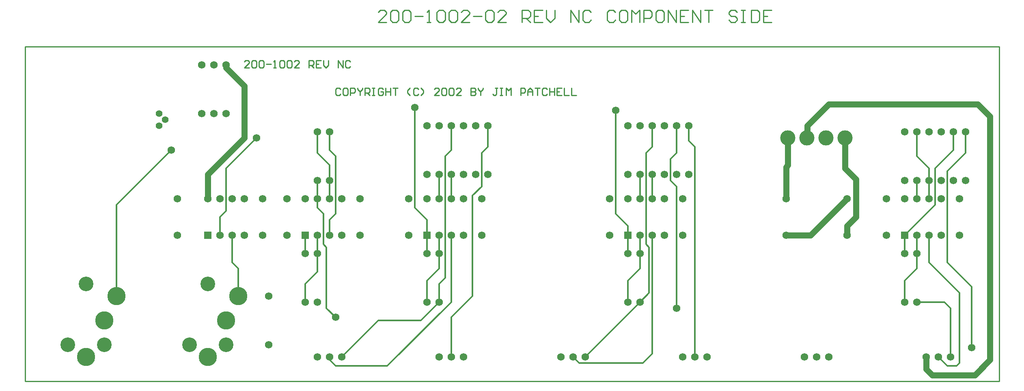
<source format=gtl>
*%FSLAX23Y23*%
*%MOIN*%
G01*
%ADD11C,0.006*%
%ADD12C,0.007*%
%ADD13C,0.008*%
%ADD14C,0.010*%
%ADD15C,0.012*%
%ADD16C,0.020*%
%ADD17C,0.025*%
%ADD18C,0.028*%
%ADD19C,0.032*%
%ADD20C,0.036*%
%ADD21C,0.045*%
%ADD22C,0.048*%
%ADD23C,0.050*%
%ADD24C,0.052*%
%ADD25C,0.055*%
%ADD26C,0.056*%
%ADD27C,0.059*%
%ADD28C,0.060*%
%ADD29C,0.061*%
%ADD30C,0.062*%
%ADD31C,0.068*%
%ADD32C,0.070*%
%ADD33C,0.080*%
%ADD34C,0.090*%
%ADD35C,0.095*%
%ADD36C,0.115*%
%ADD37C,0.120*%
%ADD38C,0.125*%
%ADD39C,0.126*%
%ADD40C,0.131*%
%ADD41C,0.150*%
%ADD42C,0.156*%
%ADD43R,0.062X0.062*%
%ADD44R,0.068X0.068*%
D14*
X9051Y9413D02*
X9118D01*
X9051D02*
X9118Y9480D01*
Y9496D01*
X9101Y9513D01*
X9068D01*
X9051Y9496D01*
X9151D02*
X9168Y9513D01*
X9201D01*
X9218Y9496D01*
Y9430D01*
X9201Y9413D01*
X9168D01*
X9151Y9430D01*
Y9496D01*
X9251D02*
X9268Y9513D01*
X9301D01*
X9318Y9496D01*
Y9430D01*
X9301Y9413D01*
X9268D01*
X9251Y9430D01*
Y9496D01*
X9351Y9463D02*
X9418D01*
X9451Y9413D02*
X9484D01*
X9468D01*
Y9513D01*
X9469D01*
X9468D02*
X9451Y9496D01*
X9534D02*
X9551Y9513D01*
X9584D01*
X9601Y9496D01*
Y9430D01*
X9584Y9413D01*
X9551D01*
X9534Y9430D01*
Y9496D01*
X9634D02*
X9651Y9513D01*
X9684D01*
X9701Y9496D01*
Y9430D01*
X9684Y9413D01*
X9651D01*
X9634Y9430D01*
Y9496D01*
X9734Y9413D02*
X9801D01*
X9734D02*
X9801Y9480D01*
Y9496D01*
X9784Y9513D01*
X9751D01*
X9734Y9496D01*
X9834Y9463D02*
X9901D01*
X9934Y9496D02*
X9951Y9513D01*
X9984D01*
X10001Y9496D01*
Y9430D01*
X9984Y9413D01*
X9951D01*
X9934Y9430D01*
Y9496D01*
X10034Y9413D02*
X10101D01*
X10034D02*
X10101Y9480D01*
Y9496D01*
X10084Y9513D01*
X10051D01*
X10034Y9496D01*
X10234Y9513D02*
Y9413D01*
Y9513D02*
X10284D01*
X10301Y9496D01*
Y9463D01*
X10284Y9446D01*
X10234D01*
X10267D02*
X10301Y9413D01*
X10334Y9513D02*
X10401D01*
X10334D02*
Y9413D01*
X10401D01*
X10367Y9463D02*
X10334D01*
X10434Y9446D02*
Y9513D01*
Y9446D02*
X10467Y9413D01*
X10501Y9446D01*
Y9513D01*
X10634D02*
Y9413D01*
X10700D02*
X10634Y9513D01*
X10700D02*
Y9413D01*
X10800Y9496D02*
X10784Y9513D01*
X10750D01*
X10734Y9496D01*
Y9430D01*
X10750Y9413D01*
X10784D01*
X10800Y9430D01*
X10984Y9513D02*
X11000Y9496D01*
X10984Y9513D02*
X10950D01*
X10934Y9496D01*
Y9430D01*
X10950Y9413D01*
X10984D01*
X11000Y9430D01*
X11050Y9513D02*
X11084D01*
X11050D02*
X11034Y9496D01*
Y9430D01*
X11050Y9413D01*
X11084D01*
X11100Y9430D01*
Y9496D01*
X11084Y9513D01*
X11134D02*
Y9413D01*
X11167Y9480D02*
X11134Y9513D01*
X11167Y9480D02*
X11200Y9513D01*
Y9413D01*
X11234D02*
Y9513D01*
X11284D01*
X11300Y9496D01*
Y9463D01*
X11284Y9446D01*
X11234D01*
X11350Y9513D02*
X11384D01*
X11350D02*
X11334Y9496D01*
Y9430D01*
X11350Y9413D01*
X11384D01*
X11400Y9430D01*
Y9496D01*
X11384Y9513D01*
X11434D02*
Y9413D01*
X11500D02*
X11434Y9513D01*
X11500D02*
Y9413D01*
X11534Y9513D02*
X11600D01*
X11534D02*
Y9413D01*
X11600D01*
X11567Y9463D02*
X11534D01*
X11633Y9413D02*
Y9513D01*
X11700Y9413D01*
Y9513D01*
X11733D02*
X11800D01*
X11767D01*
Y9413D01*
X11983Y9513D02*
X12000Y9496D01*
X11983Y9513D02*
X11950D01*
X11933Y9496D01*
Y9480D01*
X11950Y9463D01*
X11983D01*
X12000Y9446D01*
Y9430D01*
X11983Y9413D01*
X11950D01*
X11933Y9430D01*
X12033Y9513D02*
X12067D01*
X12050D01*
Y9413D01*
X12033D01*
X12067D01*
X12117D02*
Y9513D01*
Y9413D02*
X12167D01*
X12183Y9430D01*
Y9496D01*
X12167Y9513D01*
X12117D01*
X12217D02*
X12283D01*
X12217D02*
Y9413D01*
X12283D01*
X12250Y9463D02*
X12217D01*
X8741Y8863D02*
X8731Y8873D01*
X8711D01*
X8701Y8863D01*
Y8823D01*
X8711Y8813D01*
X8731D01*
X8741Y8823D01*
X8771Y8873D02*
X8791D01*
X8771D02*
X8761Y8863D01*
Y8823D01*
X8771Y8813D01*
X8791D01*
X8801Y8823D01*
Y8863D01*
X8791Y8873D01*
X8821D02*
Y8813D01*
Y8873D02*
X8851D01*
X8861Y8863D01*
Y8843D01*
X8851Y8833D01*
X8821D01*
X8881Y8863D02*
Y8873D01*
Y8863D02*
X8901Y8843D01*
X8921Y8863D01*
Y8873D01*
X8901Y8843D02*
Y8813D01*
X8941D02*
Y8873D01*
X8971D01*
X8981Y8863D01*
Y8843D01*
X8971Y8833D01*
X8941D01*
X8961D02*
X8981Y8813D01*
X9001Y8873D02*
X9021D01*
X9011D01*
Y8813D01*
X9001D01*
X9021D01*
X9081Y8873D02*
X9091Y8863D01*
X9081Y8873D02*
X9061D01*
X9051Y8863D01*
Y8823D01*
X9061Y8813D01*
X9081D01*
X9091Y8823D01*
Y8843D01*
X9071D01*
X9111Y8873D02*
Y8813D01*
Y8843D01*
X9151D01*
Y8873D01*
Y8813D01*
X9171Y8873D02*
X9211D01*
X9191D01*
Y8813D01*
X9291Y8833D02*
X9311Y8813D01*
X9291Y8833D02*
Y8853D01*
X9311Y8873D01*
X9371D02*
X9381Y8863D01*
X9371Y8873D02*
X9351D01*
X9341Y8863D01*
Y8823D01*
X9351Y8813D01*
X9371D01*
X9381Y8823D01*
X9401Y8813D02*
X9421Y8833D01*
Y8853D01*
X9401Y8873D01*
X9511Y8813D02*
X9551D01*
X9511D02*
X9551Y8853D01*
Y8863D01*
X9541Y8873D01*
X9521D01*
X9511Y8863D01*
X9571D02*
X9581Y8873D01*
X9601D01*
X9611Y8863D01*
Y8823D01*
X9601Y8813D01*
X9581D01*
X9571Y8823D01*
Y8863D01*
X9631D02*
X9641Y8873D01*
X9661D01*
X9671Y8863D01*
Y8823D01*
X9661Y8813D01*
X9641D01*
X9631Y8823D01*
Y8863D01*
X9691Y8813D02*
X9731D01*
X9691D02*
X9731Y8853D01*
Y8863D01*
X9721Y8873D01*
X9701D01*
X9691Y8863D01*
X9811Y8873D02*
Y8813D01*
X9841D01*
X9851Y8823D01*
Y8833D01*
X9841Y8843D01*
X9811D01*
X9812D01*
X9811D02*
X9812D01*
X9811D02*
X9812D01*
X9811D02*
X9841D01*
X9851Y8853D01*
Y8863D01*
X9841Y8873D01*
X9811D01*
X9871D02*
Y8863D01*
X9891Y8843D01*
X9911Y8863D01*
Y8873D01*
X9891Y8843D02*
Y8813D01*
X10011Y8873D02*
X10031D01*
X10021D02*
X10011D01*
X10021D02*
Y8823D01*
X10011Y8813D01*
X10001D01*
X9991Y8823D01*
X10051Y8873D02*
X10071D01*
X10061D01*
Y8813D01*
X10051D01*
X10071D01*
X10101D02*
Y8873D01*
X10121Y8853D01*
X10141Y8873D01*
Y8813D01*
X10221D02*
Y8873D01*
X10250D01*
X10260Y8863D01*
Y8843D01*
X10250Y8833D01*
X10221D01*
X10280Y8813D02*
Y8853D01*
X10300Y8873D01*
X10320Y8853D01*
Y8813D01*
Y8843D01*
X10280D01*
X10340Y8873D02*
X10380D01*
X10360D01*
Y8813D01*
X10430Y8873D02*
X10440Y8863D01*
X10430Y8873D02*
X10410D01*
X10400Y8863D01*
Y8823D01*
X10410Y8813D01*
X10430D01*
X10440Y8823D01*
X10460Y8813D02*
Y8873D01*
Y8843D02*
Y8813D01*
Y8843D02*
X10500D01*
Y8873D01*
Y8813D01*
X10520Y8873D02*
X10560D01*
X10520D02*
Y8813D01*
X10560D01*
X10540Y8843D02*
X10520D01*
X10580Y8873D02*
Y8813D01*
X10620D01*
X10640D02*
Y8873D01*
Y8813D02*
X10680D01*
X7991Y9038D02*
X7951D01*
X7991Y9078D01*
Y9088D01*
X7981Y9098D01*
X7961D01*
X7951Y9088D01*
X8011D02*
X8021Y9098D01*
X8041D01*
X8051Y9088D01*
Y9048D01*
X8041Y9038D01*
X8021D01*
X8011Y9048D01*
Y9088D01*
X8071D02*
X8081Y9098D01*
X8101D01*
X8111Y9088D01*
Y9048D01*
X8101Y9038D01*
X8081D01*
X8071Y9048D01*
Y9088D01*
X8131Y9068D02*
X8171D01*
X8191Y9038D02*
X8211D01*
X8201D01*
Y9098D01*
X8202D01*
X8201D02*
X8191Y9088D01*
X8241D02*
X8251Y9098D01*
X8271D01*
X8281Y9088D01*
Y9048D01*
X8271Y9038D01*
X8251D01*
X8241Y9048D01*
Y9088D01*
X8301D02*
X8311Y9098D01*
X8331D01*
X8341Y9088D01*
Y9048D01*
X8331Y9038D01*
X8311D01*
X8301Y9048D01*
Y9088D01*
X8361Y9038D02*
X8401D01*
X8361D02*
X8401Y9078D01*
Y9088D01*
X8391Y9098D01*
X8371D01*
X8361Y9088D01*
X8481Y9098D02*
Y9038D01*
Y9098D02*
X8511D01*
X8521Y9088D01*
Y9068D01*
X8511Y9058D01*
X8481D01*
X8501D02*
X8521Y9038D01*
X8541Y9098D02*
X8581D01*
X8541D02*
Y9038D01*
X8581D01*
X8561Y9068D02*
X8541D01*
X8601Y9058D02*
Y9098D01*
Y9058D02*
X8621Y9038D01*
X8641Y9058D01*
Y9098D01*
X8721D02*
Y9038D01*
X8761D02*
X8721Y9098D01*
X8761D02*
Y9038D01*
X8821Y9088D02*
X8811Y9098D01*
X8791D01*
X8781Y9088D01*
Y9048D01*
X8791Y9038D01*
X8811D01*
X8821Y9048D01*
X6151Y9213D02*
Y6463D01*
X14151D02*
Y9213D01*
Y6463D02*
X6151D01*
Y9213D02*
X14151D01*
D15*
X13576Y7438D02*
X13826Y7188D01*
X13926Y7238D02*
X13726Y7438D01*
X9826Y7163D02*
X9651Y6988D01*
X10751Y6663D02*
X11201Y7113D01*
X9051Y6963D02*
X8751Y6663D01*
X9401Y6963D02*
X9551Y7113D01*
X9651D02*
X9126Y6588D01*
X7801Y8213D02*
X8051Y8463D01*
X13726Y8188D02*
X13876Y8338D01*
X13776Y8363D02*
X13626Y8213D01*
Y7913D02*
X13376Y7663D01*
X7351Y8363D02*
X6901Y7913D01*
X10701Y6613D02*
X11226D01*
X9126Y6588D02*
X8701D01*
X13726D02*
X13801D01*
X9401Y6963D02*
X9051D01*
X13476Y7113D02*
X13701D01*
X6901Y7163D02*
Y7913D01*
X7851Y7663D02*
Y7438D01*
X7801Y7863D02*
Y8213D01*
X7751Y7813D02*
Y7663D01*
X7851Y7438D02*
X7901Y7388D01*
X7751Y7813D02*
X7801Y7863D01*
X7901Y7388D02*
Y7163D01*
X8451Y7513D02*
Y7663D01*
Y7263D02*
Y7113D01*
Y7263D02*
X8551Y7363D01*
Y7513D02*
Y7663D01*
Y7513D02*
Y7363D01*
Y7963D02*
Y8113D01*
X8651D02*
Y7963D01*
Y7788D02*
Y7663D01*
Y8363D02*
Y8513D01*
Y8238D02*
Y8113D01*
X8551Y8338D02*
Y8513D01*
X8651Y6663D02*
Y6638D01*
X8626Y7063D02*
Y7563D01*
X8601Y7588D02*
Y7838D01*
X8551Y7888D02*
Y7963D01*
X8701Y8313D02*
X8651Y8363D01*
X8551Y8338D02*
X8651Y8238D01*
Y6638D02*
X8701Y6588D01*
Y6988D02*
X8626Y7063D01*
Y7563D02*
X8601Y7588D01*
Y7838D02*
X8551Y7888D01*
X8651Y7788D02*
X8701Y7838D01*
Y8313D01*
X9451Y7288D02*
Y7113D01*
X9351Y7888D02*
Y8713D01*
X9451Y7663D02*
Y7513D01*
Y7663D02*
Y7788D01*
X9351Y7888D01*
X9551Y7388D02*
X9451Y7288D01*
X9551Y7963D02*
Y8163D01*
X9651D02*
Y7963D01*
X9551Y7663D02*
Y7513D01*
Y7388D01*
Y7263D02*
Y7113D01*
X9601Y7313D02*
Y8313D01*
X9651Y8363D02*
Y8563D01*
Y6988D02*
Y6663D01*
Y7163D02*
Y7663D01*
Y7163D02*
Y7113D01*
X9551Y7263D02*
X9601Y7313D01*
Y8313D02*
X9651Y8363D01*
X9826Y7988D02*
Y7163D01*
Y7988D02*
X9901Y8063D01*
Y8338D01*
X9951Y8388D02*
Y8563D01*
Y8388D02*
X9901Y8338D01*
X10651Y6663D02*
X10701Y6613D01*
X11001Y7838D02*
Y8688D01*
Y7838D02*
X11101Y7738D01*
X11201Y7963D02*
Y8163D01*
Y7663D02*
Y7513D01*
X11101Y7288D02*
Y7113D01*
X11201Y7388D02*
Y7513D01*
X11101D02*
Y7663D01*
Y7738D01*
X11201Y7388D02*
X11101Y7288D01*
X11201Y7113D02*
X11276Y7188D01*
X11301Y7963D02*
Y8163D01*
X11276Y7563D02*
Y7188D01*
X11251Y7588D02*
Y8338D01*
X11301Y8388D02*
Y8563D01*
Y7663D02*
Y6688D01*
X11276Y7563D02*
X11251Y7588D01*
Y8338D02*
X11301Y8388D01*
Y6688D02*
X11226Y6613D01*
X11601Y8438D02*
Y8563D01*
X11501Y8063D02*
Y7063D01*
X11451Y8113D02*
Y8288D01*
X11501Y8338D02*
Y8563D01*
X11601Y8438D02*
X11651Y8388D01*
X11451Y8113D02*
X11501Y8063D01*
X11451Y8288D02*
X11501Y8338D01*
X11651Y8388D02*
Y6663D01*
X13376Y7113D02*
Y7288D01*
X13476Y7513D02*
Y7663D01*
Y7513D02*
Y7388D01*
Y7963D02*
Y8113D01*
Y8313D02*
Y8513D01*
X13376Y7663D02*
Y7513D01*
X13576Y8213D02*
X13476Y8313D01*
Y7388D02*
X13376Y7288D01*
X13751Y7063D02*
Y6663D01*
X13576Y7438D02*
Y7663D01*
Y7963D02*
Y8113D01*
Y8213D01*
X13726Y8188D02*
Y7438D01*
X13626Y7913D02*
Y8213D01*
X13701Y7113D02*
X13751Y7063D01*
X13651Y6663D02*
X13726Y6588D01*
X13826Y6613D02*
Y7188D01*
X13926Y7238D02*
Y6738D01*
X13876Y8338D02*
Y8513D01*
X13776D02*
Y8363D01*
X13826Y6613D02*
X13801Y6588D01*
D23*
X7951Y8888D02*
X7801Y9038D01*
X12885Y8213D02*
X12976Y8122D01*
X13551Y6563D02*
X13601Y6513D01*
X14076Y8638D02*
X13976Y8738D01*
X7951Y8463D02*
X7651Y8163D01*
X12401Y8222D02*
X12417Y8238D01*
X12901Y7738D02*
X12976Y7813D01*
X12901Y7963D02*
X12601Y7663D01*
X13951Y6513D02*
X14076Y6638D01*
X12576Y8563D02*
X12751Y8738D01*
X13601Y6513D02*
X13951D01*
X12601Y7663D02*
X12401D01*
X7651Y7963D02*
Y8163D01*
X7801Y9038D02*
Y9063D01*
X7951Y8888D02*
Y8463D01*
X12573D02*
X12576D01*
X12826Y8738D02*
X13976D01*
X12826D02*
X12751D01*
X12401Y8222D02*
Y7963D01*
X12417Y8238D02*
Y8463D01*
X12576D02*
Y8563D01*
X12976Y8122D02*
Y7813D01*
X12901Y7738D02*
Y7663D01*
X12885Y8213D02*
Y8463D01*
X13551Y6663D02*
Y6563D01*
X14076Y6638D02*
Y8638D01*
D25*
X7251Y8563D02*
D03*
X7301Y8613D02*
D03*
X7251Y8663D02*
D03*
D30*
X13926Y6738D02*
D03*
X11501Y7063D02*
D03*
X11001Y8688D02*
D03*
X9351Y8713D02*
D03*
X8701Y6988D02*
D03*
X8051Y8463D02*
D03*
X7351Y8363D02*
D03*
X7401Y7663D02*
D03*
Y7963D02*
D03*
X8101D02*
D03*
Y7663D02*
D03*
X8301D02*
D03*
Y7963D02*
D03*
X8901D02*
D03*
Y7663D02*
D03*
X9301D02*
D03*
Y7963D02*
D03*
X9451D02*
D03*
X9551D02*
D03*
X9651D02*
D03*
X9751D02*
D03*
Y7663D02*
D03*
X9651D02*
D03*
X9551D02*
D03*
X9901Y7963D02*
D03*
Y7663D02*
D03*
X13226D02*
D03*
Y7963D02*
D03*
X13826D02*
D03*
Y7663D02*
D03*
X10951D02*
D03*
Y7963D02*
D03*
X11551D02*
D03*
Y7663D02*
D03*
X8151Y6763D02*
D03*
Y7163D02*
D03*
X13376Y8513D02*
D03*
Y8113D02*
D03*
X7801Y8663D02*
D03*
Y9063D02*
D03*
X8651Y8113D02*
D03*
Y8513D02*
D03*
X8551Y8113D02*
D03*
Y8513D02*
D03*
X8451Y7513D02*
D03*
Y7113D02*
D03*
X8551D02*
D03*
Y7513D02*
D03*
X8451Y7963D02*
D03*
X8551D02*
D03*
X8651D02*
D03*
X8751D02*
D03*
Y7663D02*
D03*
X8651D02*
D03*
X8551D02*
D03*
X7701Y9063D02*
D03*
Y8663D02*
D03*
X7601D02*
D03*
Y9063D02*
D03*
X7651Y7963D02*
D03*
X7751D02*
D03*
X7851D02*
D03*
X7951D02*
D03*
Y7663D02*
D03*
X7851D02*
D03*
X7751D02*
D03*
X9551Y7513D02*
D03*
Y7113D02*
D03*
X9451Y7513D02*
D03*
Y7113D02*
D03*
X9851Y8163D02*
D03*
Y8563D02*
D03*
X9951Y8163D02*
D03*
Y8563D02*
D03*
X9751D02*
D03*
Y8163D02*
D03*
X9651Y8563D02*
D03*
Y8163D02*
D03*
X9451Y8563D02*
D03*
Y8163D02*
D03*
X9551D02*
D03*
Y8563D02*
D03*
X11101Y7513D02*
D03*
Y7113D02*
D03*
X11201Y7513D02*
D03*
Y7113D02*
D03*
X11601Y8163D02*
D03*
Y8563D02*
D03*
X11501Y8163D02*
D03*
Y8563D02*
D03*
X11401D02*
D03*
Y8163D02*
D03*
X11301Y8563D02*
D03*
Y8163D02*
D03*
X11101Y8563D02*
D03*
Y8163D02*
D03*
X11201D02*
D03*
Y8563D02*
D03*
X12751Y6663D02*
D03*
X12551D02*
D03*
X12651D02*
D03*
X13751D02*
D03*
X13551D02*
D03*
X13651D02*
D03*
X11751D02*
D03*
X11551D02*
D03*
X11651D02*
D03*
X10751D02*
D03*
X10551D02*
D03*
X10651D02*
D03*
X9751D02*
D03*
X9551D02*
D03*
X9651D02*
D03*
X8751D02*
D03*
X8551D02*
D03*
X8651D02*
D03*
X13376Y7963D02*
D03*
X13476D02*
D03*
X13576D02*
D03*
X13676D02*
D03*
Y7663D02*
D03*
X13576D02*
D03*
X13476D02*
D03*
X13676Y8113D02*
D03*
Y8513D02*
D03*
X13576Y8113D02*
D03*
Y8513D02*
D03*
X13776Y8113D02*
D03*
Y8513D02*
D03*
X13876Y8113D02*
D03*
Y8513D02*
D03*
X13476Y8113D02*
D03*
Y8513D02*
D03*
X13376Y7513D02*
D03*
Y7113D02*
D03*
X13476Y7513D02*
D03*
Y7113D02*
D03*
X11101Y7963D02*
D03*
X11201D02*
D03*
X11301D02*
D03*
X11401D02*
D03*
Y7663D02*
D03*
X11301D02*
D03*
X11201D02*
D03*
X12401D02*
D03*
Y7963D02*
D03*
X12901D02*
D03*
Y7663D02*
D03*
D37*
X7501Y6763D02*
D03*
X7801D02*
D03*
X7651Y7263D02*
D03*
X6501Y6763D02*
D03*
X6801D02*
D03*
X6651Y7263D02*
D03*
D38*
X12729Y8463D02*
D03*
X12417D02*
D03*
X12885D02*
D03*
X12573D02*
D03*
D41*
X7901Y7163D02*
D03*
X7801Y6963D02*
D03*
X7651Y6663D02*
D03*
X6901Y7163D02*
D03*
X6801Y6963D02*
D03*
X6651Y6663D02*
D03*
D43*
X9451Y7663D02*
D03*
X8451D02*
D03*
X7651D02*
D03*
X13376D02*
D03*
X11101D02*
D03*
M02*

</source>
